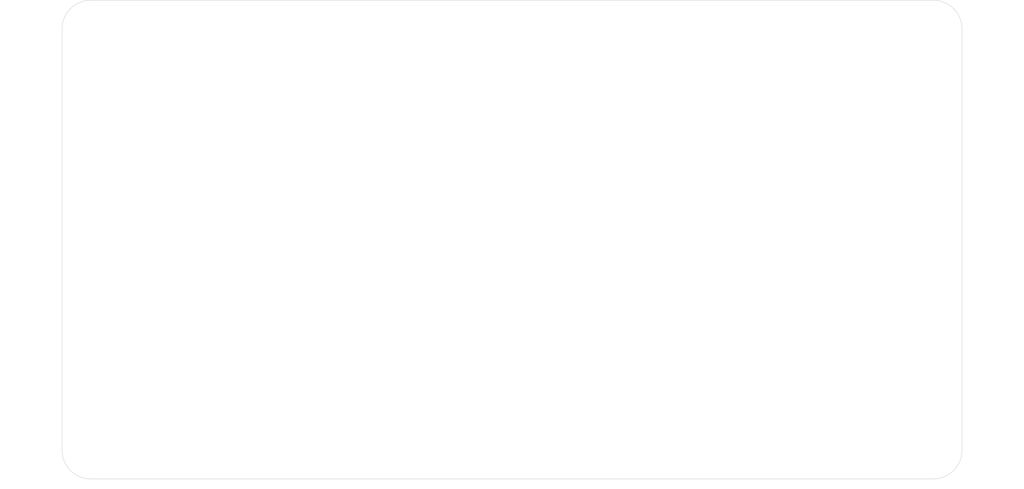
<source format=kicad_pcb>
(kicad_pcb (version 20171130) (host pcbnew 5.1.8)

  (general
    (thickness 1.6)
    (drawings 8)
    (tracks 0)
    (zones 0)
    (modules 4)
    (nets 1)
  )

  (page A4)
  (layers
    (0 F.Cu signal)
    (31 B.Cu signal)
    (32 B.Adhes user hide)
    (33 F.Adhes user hide)
    (34 B.Paste user hide)
    (35 F.Paste user hide)
    (36 B.SilkS user)
    (37 F.SilkS user)
    (38 B.Mask user hide)
    (39 F.Mask user hide)
    (40 Dwgs.User user)
    (41 Cmts.User user)
    (42 Eco1.User user)
    (43 Eco2.User user)
    (44 Edge.Cuts user)
    (45 Margin user hide)
    (46 B.CrtYd user)
    (47 F.CrtYd user)
    (48 B.Fab user hide)
    (49 F.Fab user)
  )

  (setup
    (last_trace_width 0.25)
    (user_trace_width 0.254)
    (user_trace_width 0.508)
    (trace_clearance 0.2)
    (zone_clearance 0.508)
    (zone_45_only yes)
    (trace_min 0.2)
    (via_size 0.8)
    (via_drill 0.4)
    (via_min_size 0.4)
    (via_min_drill 0.3)
    (uvia_size 0.3)
    (uvia_drill 0.1)
    (uvias_allowed no)
    (uvia_min_size 0.2)
    (uvia_min_drill 0.1)
    (edge_width 0.05)
    (segment_width 0.2)
    (pcb_text_width 0.3)
    (pcb_text_size 1.5 1.5)
    (mod_edge_width 0.12)
    (mod_text_size 1 1)
    (mod_text_width 0.15)
    (pad_size 1.7526 1.7526)
    (pad_drill 1.0922)
    (pad_to_mask_clearance 0)
    (aux_axis_origin 0 0)
    (grid_origin 105.901736 50.599424)
    (visible_elements FFFFFF7F)
    (pcbplotparams
      (layerselection 0x010f0_ffffffff)
      (usegerberextensions false)
      (usegerberattributes true)
      (usegerberadvancedattributes true)
      (creategerberjobfile false)
      (excludeedgelayer true)
      (linewidth 0.100000)
      (plotframeref false)
      (viasonmask false)
      (mode 1)
      (useauxorigin false)
      (hpglpennumber 1)
      (hpglpenspeed 20)
      (hpglpendiameter 15.000000)
      (psnegative false)
      (psa4output false)
      (plotreference false)
      (plotvalue false)
      (plotinvisibletext false)
      (padsonsilk false)
      (subtractmaskfromsilk false)
      (outputformat 1)
      (mirror false)
      (drillshape 0)
      (scaleselection 1)
      (outputdirectory "gerber/"))
  )

  (net 0 "")

  (net_class Default "This is the default net class."
    (clearance 0.2)
    (trace_width 0.25)
    (via_dia 0.8)
    (via_drill 0.4)
    (uvia_dia 0.3)
    (uvia_drill 0.1)
  )

  (module MountingHole:MountingHole_2.2mm_M2 (layer F.Cu) (tedit 56D1B4CB) (tstamp 60327EE8)
    (at 78.901739 65.599424)
    (descr "Mounting Hole 2.2mm, no annular, M2")
    (tags "mounting hole 2.2mm no annular m2")
    (attr virtual)
    (fp_text reference REF** (at 0 -3.2) (layer F.SilkS) hide
      (effects (font (size 1 1) (thickness 0.15)))
    )
    (fp_text value MountingHole_2.2mm_M2 (at 0 3.2) (layer F.Fab)
      (effects (font (size 1 1) (thickness 0.15)))
    )
    (fp_circle (center 0 0) (end 2.45 0) (layer F.CrtYd) (width 0.05))
    (fp_circle (center 0 0) (end 2.2 0) (layer Cmts.User) (width 0.15))
    (fp_text user %R (at 0.3 0) (layer F.Fab)
      (effects (font (size 1 1) (thickness 0.15)))
    )
    (pad 1 np_thru_hole circle (at 0 0) (size 2.2 2.2) (drill 2.2) (layers *.Cu *.Mask))
  )

  (module MountingHole:MountingHole_2.2mm_M2 (layer F.Cu) (tedit 56D1B4CB) (tstamp 601B9C80)
    (at 78.901736 21.599424)
    (descr "Mounting Hole 2.2mm, no annular, M2")
    (tags "mounting hole 2.2mm no annular m2")
    (attr virtual)
    (fp_text reference REF** (at 0 -3.2) (layer F.SilkS) hide
      (effects (font (size 1 1) (thickness 0.15)))
    )
    (fp_text value MountingHole_2.2mm_M2 (at 0 3.2) (layer F.Fab)
      (effects (font (size 1 1) (thickness 0.15)))
    )
    (fp_circle (center 0 0) (end 2.2 0) (layer Cmts.User) (width 0.15))
    (fp_circle (center 0 0) (end 2.45 0) (layer F.CrtYd) (width 0.05))
    (fp_text user %R (at 0.3 0) (layer F.Fab)
      (effects (font (size 1 1) (thickness 0.15)))
    )
    (pad 1 np_thru_hole circle (at 0 0) (size 2.2 2.2) (drill 2.2) (layers *.Cu *.Mask))
  )

  (module MountingHole:MountingHole_2.2mm_M2 (layer F.Cu) (tedit 56D1B4CB) (tstamp 601B9C4C)
    (at 166.901739 65.599426)
    (descr "Mounting Hole 2.2mm, no annular, M2")
    (tags "mounting hole 2.2mm no annular m2")
    (attr virtual)
    (fp_text reference REF** (at 0 -3.2) (layer F.SilkS) hide
      (effects (font (size 1 1) (thickness 0.15)))
    )
    (fp_text value MountingHole_2.2mm_M2 (at 0 3.2) (layer F.Fab)
      (effects (font (size 1 1) (thickness 0.15)))
    )
    (fp_circle (center 0 0) (end 2.2 0) (layer Cmts.User) (width 0.15))
    (fp_circle (center 0 0) (end 2.45 0) (layer F.CrtYd) (width 0.05))
    (fp_text user %R (at 0.3 0) (layer F.Fab)
      (effects (font (size 1 1) (thickness 0.15)))
    )
    (pad 1 np_thru_hole circle (at 0 0) (size 2.2 2.2) (drill 2.2) (layers *.Cu *.Mask))
  )

  (module MountingHole:MountingHole_2.2mm_M2 (layer F.Cu) (tedit 56D1B4CB) (tstamp 601B9BBC)
    (at 166.901737 21.599424)
    (descr "Mounting Hole 2.2mm, no annular, M2")
    (tags "mounting hole 2.2mm no annular m2")
    (attr virtual)
    (fp_text reference REF** (at 0 -3.2) (layer F.SilkS) hide
      (effects (font (size 1 1) (thickness 0.15)))
    )
    (fp_text value MountingHole_2.2mm_M2 (at 0 3.2) (layer F.Fab)
      (effects (font (size 1 1) (thickness 0.15)))
    )
    (fp_circle (center 0 0) (end 2.2 0) (layer Cmts.User) (width 0.15))
    (fp_circle (center 0 0) (end 2.45 0) (layer F.CrtYd) (width 0.05))
    (fp_text user %R (at 0.3 0) (layer F.Fab)
      (effects (font (size 1 1) (thickness 0.15)))
    )
    (pad 1 np_thru_hole circle (at 0 0) (size 2.2 2.2) (drill 2.2) (layers *.Cu *.Mask))
  )

  (gr_arc (start 78.901739 65.599424) (end 75.901739 65.599426) (angle -90) (layer Edge.Cuts) (width 0.05) (tstamp 60329CA2))
  (gr_line (start 166.901737 68.599424) (end 78.901736 68.599424) (layer Edge.Cuts) (width 0.05))
  (gr_arc (start 166.901737 21.599424) (end 169.901739 21.599423) (angle -90) (layer Edge.Cuts) (width 0.05))
  (gr_line (start 78.901738 18.599424) (end 166.901737 18.599423) (layer Edge.Cuts) (width 0.05))
  (gr_arc (start 78.901736 21.599424) (end 78.901738 18.599424) (angle -90) (layer Edge.Cuts) (width 0.05))
  (gr_arc (start 166.901739 65.599426) (end 166.901737 68.599424) (angle -90) (layer Edge.Cuts) (width 0.05))
  (gr_line (start 75.901739 65.599426) (end 75.901736 21.599422) (layer Edge.Cuts) (width 0.05) (tstamp 5FD8FF25))
  (gr_line (start 169.901739 21.599423) (end 169.901737 65.599428) (layer Edge.Cuts) (width 0.05))

)

</source>
